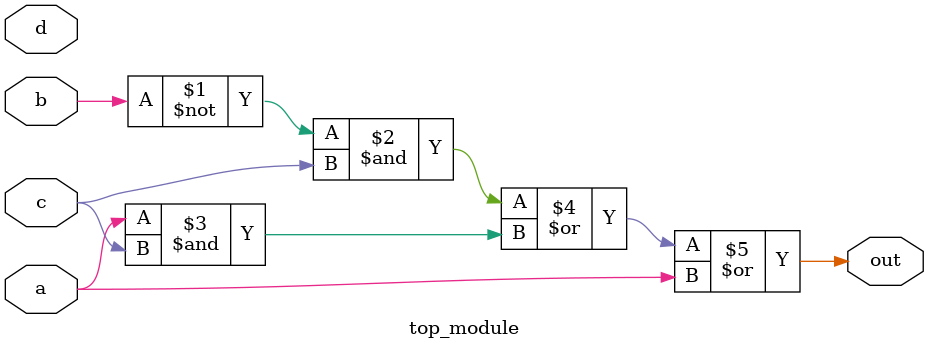
<source format=v>
module top_module(
    input a,
    input b,
    input c,
    input d,
    output out  ); 
    assign out = (~b&c)|(a&c)|(a);
endmodule
</source>
